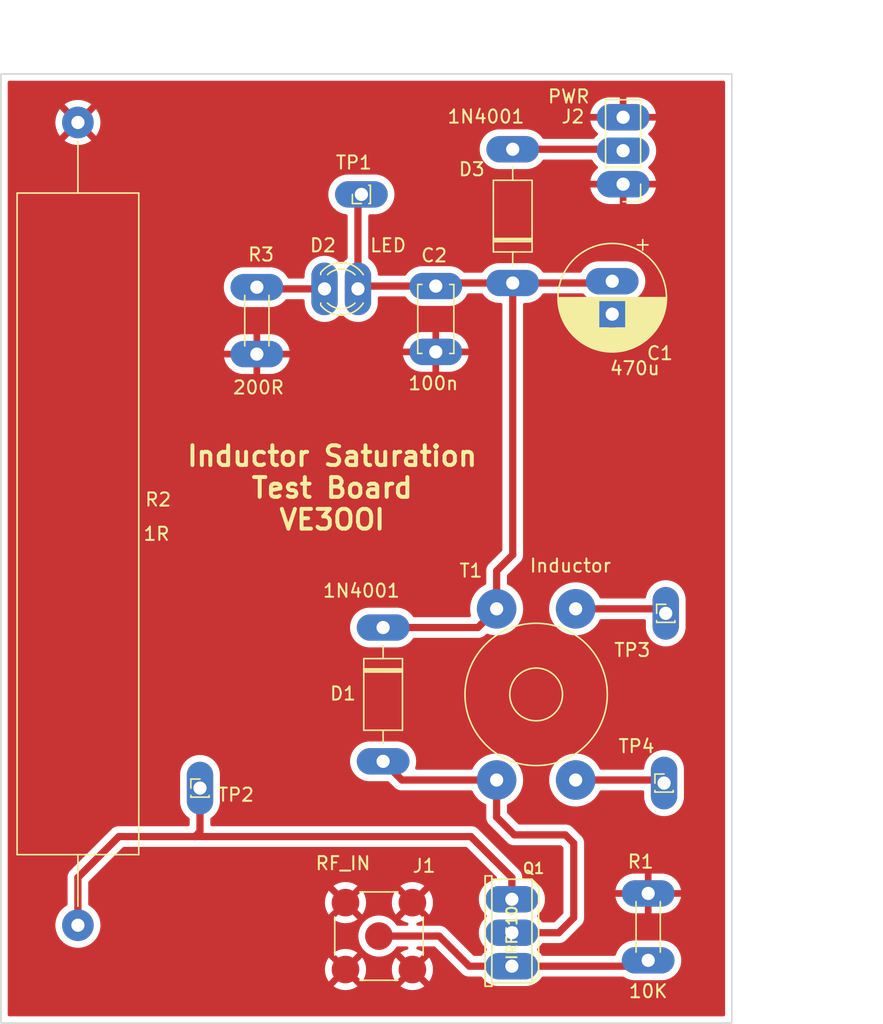
<source format=kicad_pcb>
(kicad_pcb (version 20211014) (generator pcbnew)
  (layers (0 "F.Cu" signal) (31 "B.Cu" signal) (34 "B.Paste" user) (35 "F.Paste" user) (36 "B.SilkS" user "B.Silkscreen") (37 "F.SilkS" user "F.Silkscreen") (38 "B.Mask" user) (39 "F.Mask" user) (44 "Edge.Cuts" user))
  (net 0 "")
  (net 1 "TX12V")
  (net 2 "GND")
  (net 3 "Net-(D1-Pad2)")
  (net 4 "Net-(D2-Pad1)")
  (net 5 "Net-(D3-Pad2)")
  (net 6 "Net-(J1-Pad1)")
  (net 7 "Net-(Q1-Pad1)")
  (net 8 "Net-(T1-Pad3)")
  (net 9 "Net-(T1-Pad4)")
  (footprint "Connector_PinHeader_2.54mm:PinHeader_1x03_P2.54mm_Vertical" (layer "F.Cu") (at 135.763 34.7195 180)
    (fp_text reference "J2" (at 3.81 5.1285 180) (layer "F.SilkS"))
    (fp_text value "PWR" (at 4.1275 6.6525 180) (layer "F.SilkS"))
    (fp_line (start -1.33 -1.33) (end 0 -1.33) (layer "F.SilkS") (width 0.12))
    (fp_line (start -1.33 1.27) (end -1.33 6.41) (layer "F.SilkS") (width 0.12))
    (fp_line (start -1.33 0) (end -1.33 -1.33) (layer "F.SilkS") (width 0.12))
    (fp_line (start -1.33 6.41) (end 1.33 6.41) (layer "F.SilkS") (width 0.12))
    (fp_line (start 1.33 1.27) (end 1.33 6.41) (layer "F.SilkS") (width 0.12))
    (fp_line (start -1.33 1.27) (end 1.33 1.27) (layer "F.SilkS") (width 0.12))
    (pad "1" thru_hole oval (at 0 0 180) (size 4 2) (drill 1) (layers *.Cu *.Mask) (net 2 "GND"))
    (pad "2" thru_hole oval (at 0 2.54 180) (size 4 2) (drill 1) (layers *.Cu *.Mask) (net 5 "Net-(D3-Pad2)"))
    (pad "3" thru_hole oval (at 0 5.08 180) (size 4 2) (drill 1) (layers *.Cu *.Mask) (net 2 "GND"))
  )
  (footprint "LED_THT:LED_D3.0mm" (layer "F.Cu") (at 113.0885 42.672)
    (fp_text reference "D2" (at -0.122 -3.302 180) (layer "F.SilkS"))
    (fp_text value "LED" (at 4.831 -3.302 180) (layer "F.SilkS"))
    (fp_line (start -0.29 1.08) (end -0.29 1.236) (layer "F.SilkS") (width 0.12))
    (fp_line (start -0.29 -1.236) (end -0.29 -1.08) (layer "F.SilkS") (width 0.12))
    (fp_arc (start 0.229039 -1.08) (mid 1.270117 -1.5) (end 2.31113 -1.079837) (layer "F.SilkS") (width 0.12))
    (fp_arc (start 2.942335 1.078608) (mid 1.366487 1.987659) (end -0.29 1.235516) (layer "F.SilkS") (width 0.12))
    (fp_arc (start 2.31113 1.079837) (mid 1.270117 1.5) (end 0.229039 1.08) (layer "F.SilkS") (width 0.12))
    (fp_arc (start -0.29 -1.235516) (mid 1.366487 -1.987659) (end 2.942335 -1.078608) (layer "F.SilkS") (width 0.12))
    (pad "1" thru_hole oval (at 0 0) (size 2 4) (drill 1) (layers *.Cu *.Mask) (net 4 "Net-(D2-Pad1)"))
    (pad "2" thru_hole oval (at 2.54 0) (size 2 4) (drill 1) (layers *.Cu *.Mask) (net 1 "TX12V"))
  )
  (footprint "Connector_Coaxial:SMA_Amphenol_901-144_Vertical" (layer "F.Cu") (at 117.221 91.821)
    (fp_text reference "J1" (at 3.429 -5.334) (layer "F.SilkS"))
    (fp_text value "RF_IN" (at -2.7305 -5.5245) (layer "F.SilkS"))
    (fp_line (start 3.355 -1.45) (end 3.355 1.45) (layer "F.SilkS") (width 0.12))
    (fp_line (start -1.45 3.355) (end 1.45 3.355) (layer "F.SilkS") (width 0.12))
    (fp_line (start -1.45 -3.355) (end 1.45 -3.355) (layer "F.SilkS") (width 0.12))
    (fp_line (start -3.355 -1.45) (end -3.355 1.45) (layer "F.SilkS") (width 0.12))
    (pad "1" smd circle (at 0 0) (size 2.1 2.1) (layers "F.Cu" "F.Paste" "F.Mask") (net 6 "Net-(J1-Pad1)"))
    (pad "2" smd circle (at -2.54 2.54) (size 2.1 2.1) (layers "F.Cu" "F.Paste" "F.Mask") (net 2 "GND"))
    (pad "2" smd circle (at 2.54 -2.54) (size 2.1 2.1) (layers "F.Cu" "F.Paste" "F.Mask") (net 2 "GND"))
    (pad "2" smd circle (at 2.54 2.54) (size 2.1 2.1) (layers "F.Cu" "F.Paste" "F.Mask") (net 2 "GND"))
    (pad "2" smd circle (at -2.54 -2.54) (size 2.1 2.1) (layers "F.Cu" "F.Paste" "F.Mask") (net 2 "GND"))
  )
  (footprint "Capacitor_THT:C_Disc_D5.0mm_W2.5mm_P5.00mm" (layer "F.Cu") (at 121.539 42.458 -90)
    (fp_text reference "C2" (at -2.326 0.127) (layer "F.SilkS"))
    (fp_text value "100n" (at 7.3895 0.1905) (layer "F.SilkS"))
    (fp_line (start -0.12 1.055) (end -0.12 1.37) (layer "F.SilkS") (width 0.12))
    (fp_line (start 5.12 1.055) (end 5.12 1.37) (layer "F.SilkS") (width 0.12))
    (fp_line (start -0.12 -1.37) (end -0.12 -1.055) (layer "F.SilkS") (width 0.12))
    (fp_line (start -0.12 1.37) (end 5.12 1.37) (layer "F.SilkS") (width 0.12))
    (fp_line (start 5.12 -1.37) (end 5.12 -1.055) (layer "F.SilkS") (width 0.12))
    (fp_line (start -0.12 -1.37) (end 5.12 -1.37) (layer "F.SilkS") (width 0.12))
    (pad "1" thru_hole oval (at 0 0 270) (size 2 4) (drill 1) (layers *.Cu *.Mask) (net 1 "TX12V"))
    (pad "2" thru_hole oval (at 5 0 270) (size 2 4) (drill 1) (layers *.Cu *.Mask) (net 2 "GND"))
  )
  (footprint "Connector_PinHeader_1.00mm:PinHeader_1x01_P1.00mm_Vertical" (layer "F.Cu") (at 139.0015 67.31)
    (fp_text reference "TP3" (at -2.54 2.794) (layer "F.SilkS"))
    (fp_text value "TestPoint" hide)
    (fp_line (start 0.608276 0.685) (end 0.695 0.685) (layer "F.SilkS") (width 0.12))
    (fp_line (start -0.695 0.685) (end -0.608276 0.685) (layer "F.SilkS") (width 0.12))
    (fp_line (start 0.695 0.685) (end 0.695 0.56) (layer "F.SilkS") (width 0.12))
    (fp_line (start -0.695 -0.685) (end 0 -0.685) (layer "F.SilkS") (width 0.12))
    (fp_line (start -0.695 0.685) (end 0.695 0.685) (layer "F.SilkS") (width 0.12))
    (fp_line (start -0.695 0.685) (end -0.695 0.56) (layer "F.SilkS") (width 0.12))
    (fp_line (start -0.695 0) (end -0.695 -0.685) (layer "F.SilkS") (width 0.12))
    (pad "1" thru_hole oval (at 0 0) (size 2 4) (drill 1) (layers *.Cu *.Mask) (net 8 "Net-(T1-Pad3)"))
  )
  (footprint "Resistor_THT:R_Axial_Power_L50.0mm_W9.0mm_P60.96mm" (layer "F.Cu") (at 94.361 30.0355 -90)
    (fp_text reference "R2" (at 28.6385 -6.096 180) (layer "F.SilkS"))
    (fp_text value "1R" (at 31.242 -5.969 180) (layer "F.SilkS"))
    (fp_line (start 55.6 -4.62) (end 5.36 -4.62) (layer "F.SilkS") (width 0.12))
    (fp_line (start 1.44 0) (end 5.36 0) (layer "F.SilkS") (width 0.12))
    (fp_line (start 5.36 -4.62) (end 5.36 4.62) (layer "F.SilkS") (width 0.12))
    (fp_line (start 5.36 4.62) (end 55.6 4.62) (layer "F.SilkS") (width 0.12))
    (fp_line (start 55.6 4.62) (end 55.6 -4.62) (layer "F.SilkS") (width 0.12))
    (fp_line (start 59.52 0) (end 55.6 0) (layer "F.SilkS") (width 0.12))
    (pad "1" thru_hole oval (at 0 0 270) (size 2.4 2.4) (drill 1) (layers *.Cu *.Mask) (net 2 "GND"))
    (pad "2" thru_hole oval (at 60.96 0 270) (size 2.4 2.4) (drill 1) (layers *.Cu *.Mask) (net 7 "Net-(Q1-Pad1)"))
  )
  (footprint "Capacitor_THT:CP_Radial_D8.0mm_P2.50mm" (layer "F.Cu") (at 134.9375 42.090849 -90)
    (fp_text reference "C1" (at 5.470651 -3.6195) (layer "F.SilkS"))
    (fp_text value "470u" (at 6.613651 -1.7145) (layer "F.SilkS"))
    (fp_line (start 1.77 1.04) (end 1.77 4.048) (layer "F.SilkS") (width 0.12))
    (fp_line (start 2.051 1.04) (end 2.051 4.002) (layer "F.SilkS") (width 0.12))
    (fp_line (start 1.37 -4.079) (end 1.37 4.079) (layer "F.SilkS") (width 0.12))
    (fp_line (start 4.571 -2.4) (end 4.571 2.4) (layer "F.SilkS") (width 0.12))
    (fp_line (start 1.85 -4.037) (end 1.85 -1.04) (layer "F.SilkS") (width 0.12))
    (fp_line (start 3.491 -3.418) (end 3.491 -1.04) (layer "F.SilkS") (width 0.12))
    (fp_line (start 3.451 1.04) (end 3.451 3.444) (layer "F.SilkS") (width 0.12))
    (fp_line (start 4.531 -2.454) (end 4.531 2.454) (layer "F.SilkS") (width 0.12))
    (fp_line (start 1.53 -4.071) (end 1.53 -1.04) (layer "F.SilkS") (width 0.12))
    (fp_line (start 2.371 -3.925) (end 2.371 -1.04) (layer "F.SilkS") (width 0.12))
    (fp_line (start 2.891 -3.74) (end 2.891 -1.04) (layer "F.SilkS") (width 0.12))
    (fp_line (start 3.491 1.04) (end 3.491 3.418) (layer "F.SilkS") (width 0.12))
    (fp_line (start 2.651 1.04) (end 2.651 3.835) (layer "F.SilkS") (width 0.12))
    (fp_line (start 4.051 -2.983) (end 4.051 2.983) (layer "F.SilkS") (width 0.12))
    (fp_line (start 1.85 1.04) (end 1.85 4.037) (layer "F.SilkS") (width 0.12))
    (fp_line (start 3.531 1.04) (end 3.531 3.392) (layer "F.SilkS") (width 0.12))
    (fp_line (start 5.091 -1.453) (end 5.091 1.453) (layer "F.SilkS") (width 0.12))
    (fp_line (start 2.611 -3.85) (end 2.611 -1.04) (layer "F.SilkS") (width 0.12))
    (fp_line (start 2.291 1.04) (end 2.291 3.947) (layer "F.SilkS") (width 0.12))
    (fp_line (start 2.691 1.04) (end 2.691 3.821) (layer "F.SilkS") (width 0.12))
    (fp_line (start 4.731 -2.166) (end 4.731 2.166) (layer "F.SilkS") (width 0.12))
    (fp_line (start 2.011 1.04) (end 2.011 4.01) (layer "F.SilkS") (width 0.12))
    (fp_line (start 4.011 -3.019) (end 4.011 3.019) (layer "F.SilkS") (width 0.12))
    (fp_line (start 2.131 1.04) (end 2.131 3.985) (layer "F.SilkS") (width 0.12))
    (fp_line (start 4.291 -2.741) (end 4.291 2.741) (layer "F.SilkS") (width 0.12))
    (fp_line (start 2.131 -3.985) (end 2.131 -1.04) (layer "F.SilkS") (width 0.12))
    (fp_line (start 2.851 1.04) (end 2.851 3.757) (layer "F.SilkS") (width 0.12))
    (fp_line (start 3.291 -3.54) (end 3.291 -1.04) (layer "F.SilkS") (width 0.12))
    (fp_line (start 2.651 -3.835) (end 2.651 -1.04) (layer "F.SilkS") (width 0.12))
    (fp_line (start 2.891 1.04) (end 2.891 3.74) (layer "F.SilkS") (width 0.12))
    (fp_line (start 3.531 -3.392) (end 3.531 -1.04) (layer "F.SilkS") (width 0.12))
    (fp_line (start 3.171 1.04) (end 3.171 3.606) (layer "F.SilkS") (width 0.12))
    (fp_line (start 4.851 -1.964) (end 4.851 1.964) (layer "F.SilkS") (width 0.12))
    (fp_line (start 2.451 1.04) (end 2.451 3.902) (layer "F.SilkS") (width 0.12))
    (fp_line (start 1.73 -4.052) (end 1.73 -1.04) (layer "F.SilkS") (width 0.12))
    (fp_line (start 2.211 -3.967) (end 2.211 -1.04) (layer "F.SilkS") (width 0.12))
    (fp_line (start 3.251 -3.562) (end 3.251 -1.04) (layer "F.SilkS") (width 0.12))
    (fp_line (start 2.371 1.04) (end 2.371 3.925) (layer "F.SilkS") (width 0.12))
    (fp_line (start 2.171 1.04) (end 2.171 3.976) (layer "F.SilkS") (width 0.12))
    (fp_line (start 4.491 -2.505) (end 4.491 2.505) (layer "F.SilkS") (width 0.12))
    (fp_line (start 3.051 -3.666) (end 3.051 -1.04) (layer "F.SilkS") (width 0.12))
    (fp_line (start 1.971 1.04) (end 1.971 4.017) (layer "F.SilkS") (width 0.12))
    (fp_line (start 4.451 -2.556) (end 4.451 2.556) (layer "F.SilkS") (width 0.12))
    (fp_line (start 2.731 1.04) (end 2.731 3.805) (layer "F.SilkS") (width 0.12))
    (fp_line (start 2.411 1.04) (end 2.411 3.914) (layer "F.SilkS") (width 0.12))
    (fp_line (start 3.331 1.04) (end 3.331 3.517) (layer "F.SilkS") (width 0.12))
    (fp_line (start 2.851 -3.757) (end 2.851 -1.04) (layer "F.SilkS") (width 0.12))
    (fp_line (start 2.171 -3.976) (end 2.171 -1.04) (layer "F.SilkS") (width 0.12))
    (fp_line (start 3.371 1.04) (end 3.371 3.493) (layer "F.SilkS") (width 0.12))
    (fp_line (start 1.45 -4.076) (end 1.45 4.076) (layer "F.SilkS") (width 0.12))
    (fp_line (start 1.69 1.04) (end 1.69 4.057) (layer "F.SilkS") (width 0.12))
    (fp_line (start 3.051 1.04) (end 3.051 3.666) (layer "F.SilkS") (width 0.12))
    (fp_line (start 3.691 -3.28) (end 3.691 3.28) (layer "F.SilkS") (width 0.12))
    (fp_line (start 3.011 1.04) (end 3.011 3.686) (layer "F.SilkS") (width 0.12))
    (fp_line (start 4.811 -2.034) (end 4.811 2.034) (layer "F.SilkS") (width 0.12))
    (fp_line (start 5.051 -1.552) (end 5.051 1.552) (layer "F.SilkS") (width 0.12))
    (fp_line (start 1.29 -4.08) (end 1.29 4.08) (layer "F.SilkS") (width 0.12))
    (fp_line (start 4.211 -2.826) (end 4.211 2.826) (layer "F.SilkS") (width 0.12))
    (fp_line (start 1.33 -4.08) (end 1.33 4.08) (layer "F.SilkS") (width 0.12))
    (fp_line (start 2.011 -4.01) (end 2.011 -1.04) (layer "F.SilkS") (width 0.12))
    (fp_line (start 2.531 -3.877) (end 2.531 -1.04) (layer "F.SilkS") (width 0.12))
    (fp_line (start 1.65 1.04) (end 1.65 4.061) (layer "F.SilkS") (width 0.12))
    (fp_line (start 1.81 -4.042) (end 1.81 -1.04) (layer "F.SilkS") (width 0.12))
    (fp_line (start 3.371 -3.493) (end 3.371 -1.04) (layer "F.SilkS") (width 0.12))
    (fp_line (start 1.61 -4.065) (end 1.61 -1.04) (layer "F.SilkS") (width 0.12))
    (fp_line (start 2.331 -3.936) (end 2.331 -1.04) (layer "F.SilkS") (width 0.12))
    (fp_line (start 2.691 -3.821) (end 2.691 -1.04) (layer "F.SilkS") (width 0.12))
    (fp_line (start 5.171 -1.229) (end 5.171 1.229) (layer "F.SilkS") (width 0.12))
    (fp_line (start 5.211 -1.098) (end 5.211 1.098) (layer "F.SilkS") (width 0.12))
    (fp_line (start 2.051 -4.002) (end 2.051 -1.04) (layer "F.SilkS") (width 0.12))
    (fp_line (start 3.171 -3.606) (end 3.171 -1.04) (layer "F.SilkS") (width 0.12))
    (fp_line (start 2.451 -3.902) (end 2.451 -1.04) (layer "F.SilkS") (width 0.12))
    (fp_line (start 3.451 -3.444) (end 3.451 -1.04) (layer "F.SilkS") (width 0.12))
    (fp_line (start 3.211 -3.584) (end 3.211 -1.04) (layer "F.SilkS") (width 0.12))
    (fp_line (start 1.49 -4.074) (end 1.49 -1.04) (layer "F.SilkS") (width 0.12))
    (fp_line (start 1.57 1.04) (end 1.57 4.068) (layer "F.SilkS") (width 0.12))
    (fp_line (start 3.771 -3.22) (end 3.771 3.22) (layer "F.SilkS") (width 0.12))
    (fp_line (start 2.251 -3.957) (end 2.251 -1.04) (layer "F.SilkS") (width 0.12))
    (fp_line (start 5.131 -1.346) (end 5.131 1.346) (layer "F.SilkS") (width 0.12))
    (fp_line (start 4.371 -2.651) (end 4.371 2.651) (layer "F.SilkS") (width 0.12))
    (fp_line (start 2.211 1.04) (end 2.211 3.967) (layer "F.SilkS") (width 0.12))
    (fp_line (start 1.57 -4.068) (end 1.57 -1.04) (layer "F.SilkS") (width 0.12))
    (fp_line (start 1.49 1.04) (end 1.49 4.074) (layer "F.SilkS") (width 0.12))
    (fp_line (start 5.291 -0.768) (end 5.291 0.768) (layer "F.SilkS") (width 0.12))
    (fp_line (start 3.291 1.04) (end 3.291 3.54) (layer "F.SilkS") (width 0.12))
    (fp_line (start 4.771 -2.102) (end 4.771 2.102) (layer "F.SilkS") (width 0.12))
    (fp_line (start 3.931 -3.09) (end 3.931 3.09) (layer "F.SilkS") (width 0.12))
    (fp_line (start 2.771 1.04) (end 2.771 3.79) (layer "F.SilkS") (width 0.12))
    (fp_line (start 3.331 -3.517) (end 3.331 -1.04) (layer "F.SilkS") (width 0.12))
    (fp_line (start 3.651 -3.309) (end 3.651 3.309) (layer "F.SilkS") (width 0.12))
    (fp_line (start 2.731 -3.805) (end 2.731 -1.04) (layer "F.SilkS") (width 0.12))
    (fp_line (start 1.81 1.04) (end 1.81 4.042) (layer "F.SilkS") (width 0.12))
    (fp_line (start 2.091 1.04) (end 2.091 3.994) (layer "F.SilkS") (width 0.12))
    (fp_line (start 2.491 -3.889) (end 2.491 -1.04) (layer "F.SilkS") (width 0.12))
    (fp_line (start 2.771 -3.79) (end 2.771 -1.04) (layer "F.SilkS") (width 0.12))
    (fp_line (start 4.691 -2.228) (end 4.691 2.228) (layer "F.SilkS") (width 0.12))
    (fp_line (start 4.251 -2.784) (end 4.251 2.784) (layer "F.SilkS") (width 0.12))
    (fp_line (start 4.171 -2.867) (end 4.171 2.867) (layer "F.SilkS") (width 0.12))
    (fp_line (start 1.73 1.04) (end 1.73 4.052) (layer "F.SilkS") (width 0.12))
    (fp_line (start 4.971 -1.731) (end 4.971 1.731) (layer "F.SilkS") (width 0.12))
    (fp_line (start 1.61 1.04) (end 1.61 4.065) (layer "F.SilkS") (width 0.12))
    (fp_line (start 3.011 -3.686) (end 3.011 -1.04) (layer "F.SilkS") (width 0.12))
    (fp_line (start 4.331 -2.697) (end 4.331 2.697) (layer "F.SilkS") (width 0.12))
    (fp_line (start 2.931 -3.722) (end 2.931 -1.04) (layer "F.SilkS") (width 0.12))
    (fp_line (start 4.611 -2.345) (end 4.611 2.345) (layer "F.SilkS") (width 0.12))
    (fp_line (start 3.731 -3.25) (end 3.731 3.25) (layer "F.SilkS") (width 0.12))
    (fp_line (start 2.491 1.04) (end 2.491 3.889) (layer "F.SilkS") (width 0.12))
    (fp_line (start 1.77 -4.048) (end 1.77 -1.04) (layer "F.SilkS") (width 0.12))
    (fp_line (start 3.411 -3.469) (end 3.411 -1.04) (layer "F.SilkS") (width 0.12))
    (fp_line (start 1.89 1.04) (end 1.89 4.03) (layer "F.SilkS") (width 0.12))
    (fp_line (start 1.89 -4.03) (end 1.89 -1.04) (layer "F.SilkS") (width 0.12))
    (fp_line (start 2.611 1.04) (end 2.611 3.85) (layer "F.SilkS") (width 0.12))
    (fp_line (start 1.93 -4.024) (end 1.93 -1.04) (layer "F.SilkS") (width 0.12))
    (fp_line (start 3.611 -3.338) (end 3.611 3.338) (layer "F.SilkS") (width 0.12))
    (fp_line (start 2.411 -3.914) (end 2.411 -1.04) (layer "F.SilkS") (width 0.12))
    (fp_line (start 3.411 1.04) (end 3.411 3.469) (layer "F.SilkS") (width 0.12))
    (fp_line (start 2.811 -3.774) (end 2.811 -1.04) (layer "F.SilkS") (width 0.12))
    (fp_line (start 1.93 1.04) (end 1.93 4.024) (layer "F.SilkS") (width 0.12))
    (fp_line (start 4.131 -2.907) (end 4.131 2.907) (layer "F.SilkS") (width 0.12))
    (fp_line (start 1.25 -4.08) (end 1.25 4.08) (layer "F.SilkS") (width 0.12))
    (fp_line (start 2.091 -3.994) (end 2.091 -1.04) (layer "F.SilkS") (width 0.12))
    (fp_line (start 5.011 -1.645) (end 5.011 1.645) (layer "F.SilkS") (width 0.12))
    (fp_line (start -3.159698 -2.315) (end -2.359698 -2.315) (layer "F.SilkS") (width 0.12))
    (fp_line (start 3.091 -3.647) (end 3.091 -1.04) (layer "F.SilkS") (width 0.12))
    (fp_line (start 1.69 -4.057) (end 1.69 -1.04) (layer "F.SilkS") (width 0.12))
    (fp_line (start 4.091 -2.945) (end 4.091 2.945) (layer "F.SilkS") (width 0.12))
    (fp_line (start 3.091 1.04) (end 3.091 3.647) (layer "F.SilkS") (width 0.12))
    (fp_line (start 2.811 1.04) (end 2.811 3.774) (layer "F.SilkS") (width 0.12))
    (fp_line (start 1.971 -4.017) (end 1.971 -1.04) (layer "F.SilkS") (width 0.12))
    (fp_line (start 2.931 1.04) (end 2.931 3.722) (layer "F.SilkS") (width 0.12))
    (fp_line (start 4.931 -1.813) (end 4.931 1.813) (layer "F.SilkS") (width 0.12))
    (fp_line (start 2.251 1.04) (end 2.251 3.957) (layer "F.SilkS") (width 0.12))
    (fp_line (start 3.131 -3.627) (end 3.131 -1.04) (layer "F.SilkS") (width 0.12))
    (fp_line (start 3.251 1.04) (end 3.251 3.562) (layer "F.SilkS") (width 0.12))
    (fp_line (start 5.331 -0.533) (end 5.331 0.533) (layer "F.SilkS") (width 0.12))
    (fp_line (start 2.971 1.04) (end 2.971 3.704) (layer "F.SilkS") (width 0.12))
    (fp_line (start 3.811 -3.189) (end 3.811 3.189) (layer "F.SilkS") (width 0.12))
    (fp_line (start 3.211 1.04) (end 3.211 3.584) (layer "F.SilkS") (width 0.12))
    (fp_line (start 2.571 1.04) (end 2.571 3.863) (layer "F.SilkS") (width 0.12))
    (fp_line (start 3.571 -3.365) (end 3.571 3.365) (layer "F.SilkS") (width 0.12))
    (fp_line (start 2.331 1.04) (end 2.331 3.936) (layer "F.SilkS") (width 0.12))
    (fp_line (start 3.891 -3.124) (end 3.891 3.124) (layer "F.SilkS") (width 0.12))
    (fp_line (start 3.851 -3.156) (end 3.851 3.156) (layer "F.SilkS") (width 0.12))
    (fp_line (start 4.891 -1.89) (end 4.891 1.89) (layer "F.SilkS") (width 0.12))
    (fp_line (start 5.251 -0.948) (end 5.251 0.948) (layer "F.SilkS") (width 0.12))
    (fp_line (start 2.571 -3.863) (end 2.571 -1.04) (layer "F.SilkS") (width 0.12))
    (fp_line (start 2.291 -3.947) (end 2.291 -1.04) (layer "F.SilkS") (width 0.12))
    (fp_line (start 4.411 -2.604) (end 4.411 2.604) (layer "F.SilkS") (width 0.12))
    (fp_line (start 3.131 1.04) (end 3.131 3.627) (layer "F.SilkS") (width 0.12))
    (fp_line (start 1.53 1.04) (end 1.53 4.071) (layer "F.SilkS") (width 0.12))
    (fp_line (start 2.971 -3.704) (end 2.971 -1.04) (layer "F.SilkS") (width 0.12))
    (fp_line (start 1.41 -4.077) (end 1.41 4.077) (layer "F.SilkS") (width 0.12))
    (fp_line (start 2.531 1.04) (end 2.531 3.877) (layer "F.SilkS") (width 0.12))
    (fp_line (start -2.759698 -2.715) (end -2.759698 -1.915) (layer "F.SilkS") (width 0.12))
    (fp_line (start 1.65 -4.061) (end 1.65 -1.04) (layer "F.SilkS") (width 0.12))
    (fp_line (start 3.971 -3.055) (end 3.971 3.055) (layer "F.SilkS") (width 0.12))
    (fp_line (start 4.651 -2.287) (end 4.651 2.287) (layer "F.SilkS") (width 0.12))
    (fp_circle (center 1.25 0) (end 5.37 0) (layer "F.SilkS") (width 0.12) (fill none))
    (pad "1" thru_hole oval (at 0 0 270) (size 2 4) (drill 1) (layers *.Cu *.Mask) (net 1 "TX12V"))
    (pad "2" thru_hole oval (at 2.5 0 270) (size 2 4) (drill 1) (layers *.Cu *.Mask) (net 2 "GND"))
  )
  (footprint "Resistor_THT:R_Axial_DIN0204_L3.6mm_D1.6mm_P5.08mm_Horizontal" (layer "F.Cu") (at 137.668 88.5825 -90)
    (fp_text reference "R1" (at -2.413 0.5715 180) (layer "F.SilkS"))
    (fp_text value "10K" (at 7.4295 0 180) (layer "F.SilkS"))
    (fp_line (start 0.62 0.92) (end 4.46 0.92) (layer "F.SilkS") (width 0.12))
    (fp_line (start 0.62 -0.92) (end 4.46 -0.92) (layer "F.SilkS") (width 0.12))
    (pad "1" thru_hole oval (at 0 0 270) (size 2 4) (drill 1) (layers *.Cu *.Mask) (net 2 "GND"))
    (pad "2" thru_hole oval (at 5.08 0 270) (size 2 4) (drill 1) (layers *.Cu *.Mask) (net 6 "Net-(J1-Pad1)"))
  )
  (footprint "Connector_PinHeader_1.00mm:PinHeader_1x01_P1.00mm_Vertical" (layer "F.Cu") (at 138.8745 80.2005)
    (fp_text reference "TP4" (at -2.0955 -2.794) (layer "F.SilkS"))
    (fp_text value "TestPoint" hide)
    (fp_line (start -0.695 0.685) (end -0.608276 0.685) (layer "F.SilkS") (width 0.12))
    (fp_line (start 0.695 0.685) (end 0.695 0.56) (layer "F.SilkS") (width 0.12))
    (fp_line (start -0.695 -0.685) (end 0 -0.685) (layer "F.SilkS") (width 0.12))
    (fp_line (start -0.695 0.685) (end 0.695 0.685) (layer "F.SilkS") (width 0.12))
    (fp_line (start -0.695 0) (end -0.695 -0.685) (layer "F.SilkS") (width 0.12))
    (fp_line (start -0.695 0.685) (end -0.695 0.56) (layer "F.SilkS") (width 0.12))
    (fp_line (start 0.608276 0.685) (end 0.695 0.685) (layer "F.SilkS") (width 0.12))
    (pad "1" thru_hole oval (at 0 0) (size 2 4) (drill 1) (layers *.Cu *.Mask) (net 9 "Net-(T1-Pad4)"))
  )
  (footprint "Connector_PinHeader_1.00mm:PinHeader_1x01_P1.00mm_Vertical" (layer "F.Cu") (at 115.8875 35.4965 90)
    (fp_text reference "TP1" (at 2.413 -0.5715 180) (layer "F.SilkS"))
    (fp_text value "TestPoint" hide)
    (fp_line (start -0.695 0) (end -0.695 -0.685) (layer "F.SilkS") (width 0.12))
    (fp_line (start -0.695 0.685) (end 0.695 0.685) (layer "F.SilkS") (width 0.12))
    (fp_line (start -0.695 -0.685) (end 0 -0.685) (layer "F.SilkS") (width 0.12))
    (fp_line (start 0.608276 0.685) (end 0.695 0.685) (layer "F.SilkS") (width 0.12))
    (fp_line (start 0.695 0.685) (end 0.695 0.56) (layer "F.SilkS") (width 0.12))
    (fp_line (start -0.695 0.685) (end -0.695 0.56) (layer "F.SilkS") (width 0.12))
    (fp_line (start -0.695 0.685) (end -0.608276 0.685) (layer "F.SilkS") (width 0.12))
    (pad "1" thru_hole oval (at 0 0 90) (size 2 4) (drill 1) (layers *.Cu *.Mask) (net 1 "TX12V"))
  )
  (footprint "SnapEDAFootprints:TO220" (layer "F.Cu") (at 127.3175 91.567 -90)
    (fp_text reference "Q1" (at -4.8895 -1.651 180) (layer "F.SilkS") (effects (font (size 0.8 0.8))))
    (fp_text value "IRF510" (at 0 0 90) (layer "F.SilkS") (effects (font (size 0.787402 0.787402))))
    (fp_line (start -3.556 -2.032) (end 3.302 -2.032) (layer "F.SilkS") (width 0.127))
    (fp_line (start -4.064 -1.524) (end -3.556 -2.032) (layer "F.SilkS") (width 0.127))
    (fp_line (start -4.318 1.524) (end -4.318 2.032) (layer "F.SilkS") (width 0.127))
    (fp_line (start -4.064 -1.524) (end -4.064 1.524) (layer "F.SilkS") (width 0.127))
    (fp_line (start 3.81 1.524) (end -4.064 1.524) (layer "F.SilkS") (width 0.127))
    (fp_line (start -4.318 2.032) (end 4.064 2.032) (layer "F.SilkS") (width 0.127))
    (fp_line (start 4.064 2.032) (end 4.064 1.524) (layer "F.SilkS") (width 0.127))
    (fp_line (start 3.81 -1.524) (end 3.81 1.524) (layer "F.SilkS") (width 0.127))
    (fp_line (start 4.064 1.524) (end 3.81 1.524) (layer "F.SilkS") (width 0.127))
    (fp_line (start 3.302 -2.032) (end 3.81 -1.524) (layer "F.SilkS") (width 0.127))
    (fp_line (start -4.064 1.524) (end -4.318 1.524) (layer "F.SilkS") (width 0.127))
    (fp_line (start -4.064 -1.524) (end 3.81 -1.524) (layer "F.SilkS") (width 0.127))
    (pad "1" thru_hole oval locked (at -2.54 0 270) (size 2 4) (drill 1) (layers *.Cu *.Mask) (net 7 "Net-(Q1-Pad1)"))
    (pad "2" thru_hole oval locked (at 0 0 270) (size 2 4) (drill 1) (layers *.Cu *.Mask) (net 3 "Net-(D1-Pad2)"))
    (pad "3" thru_hole oval locked (at 2.54 0 270) (size 2 4) (drill 1) (layers *.Cu *.Mask) (net 6 "Net-(J1-Pad1)"))
  )
  (footprint "Diode_THT:D_DO-41_SOD81_P10.16mm_Horizontal" (layer "F.Cu") (at 117.5385 68.3895 -90)
    (fp_text reference "D1" (at 5.0165 3.048 180) (layer "F.SilkS"))
    (fp_text value "1N4001" (at -2.794 1.651 180) (layer "F.SilkS"))
    (fp_line (start 2.36 -1.47) (end 2.36 1.47) (layer "F.SilkS") (width 0.12))
    (fp_line (start 3.38 -1.47) (end 3.38 1.47) (layer "F.SilkS") (width 0.12))
    (fp_line (start 3.26 -1.47) (end 3.26 1.47) (layer "F.SilkS") (width 0.12))
    (fp_line (start 3.14 -1.47) (end 3.14 1.47) (layer "F.SilkS") (width 0.12))
    (fp_line (start 7.8 -1.47) (end 2.36 -1.47) (layer "F.SilkS") (width 0.12))
    (fp_line (start 2.36 1.47) (end 7.8 1.47) (layer "F.SilkS") (width 0.12))
    (fp_line (start 7.8 1.47) (end 7.8 -1.47) (layer "F.SilkS") (width 0.12))
    (fp_line (start 8.82 0) (end 7.8 0) (layer "F.SilkS") (width 0.12))
    (fp_line (start 1.34 0) (end 2.36 0) (layer "F.SilkS") (width 0.12))
    (pad "1" thru_hole oval (at 0 0 270) (size 2 4) (drill 1) (layers *.Cu *.Mask) (net 1 "TX12V"))
    (pad "2" thru_hole oval (at 10.16 0 270) (size 2 4) (drill 1) (layers *.Cu *.Mask) (net 3 "Net-(D1-Pad2)"))
  )
  (footprint "Diode_THT:D_DO-41_SOD81_P10.16mm_Horizontal" (layer "F.Cu") (at 127.381 42.2275 90)
    (fp_text reference "D3" (at 8.636 -3.1115 180) (layer "F.SilkS"))
    (fp_text value "1N4001" (at 12.6365 -2.032 180) (layer "F.SilkS"))
    (fp_line (start 1.34 0) (end 2.36 0) (layer "F.SilkS") (width 0.12))
    (fp_line (start 2.36 -1.47) (end 2.36 1.47) (layer "F.SilkS") (width 0.12))
    (fp_line (start 7.8 1.47) (end 7.8 -1.47) (layer "F.SilkS") (width 0.12))
    (fp_line (start 3.26 -1.47) (end 3.26 1.47) (layer "F.SilkS") (width 0.12))
    (fp_line (start 8.82 0) (end 7.8 0) (layer "F.SilkS") (width 0.12))
    (fp_line (start 3.38 -1.47) (end 3.38 1.47) (layer "F.SilkS") (width 0.12))
    (fp_line (start 7.8 -1.47) (end 2.36 -1.47) (layer "F.SilkS") (width 0.12))
    (fp_line (start 2.36 1.47) (end 7.8 1.47) (layer "F.SilkS") (width 0.12))
    (fp_line (start 3.14 -1.47) (end 3.14 1.47) (layer "F.SilkS") (width 0.12))
    (pad "1" thru_hole oval (at 0 0 90) (size 2 4) (drill 1) (layers *.Cu *.Mask) (net 1 "TX12V"))
    (pad "2" thru_hole oval (at 10.16 0 90) (size 2 4) (drill 1) (layers *.Cu *.Mask) (net 5 "Net-(D3-Pad2)"))
  )
  (footprint "Connector_PinHeader_1.00mm:PinHeader_1x01_P1.00mm_Vertical" (layer "F.Cu") (at 103.632 80.5815)
    (fp_text reference "TP2" (at 2.7305 0.508) (layer "F.SilkS"))
    (fp_text value "TestPoint" hide)
    (fp_line (start -0.695 -0.685) (end 0 -0.685) (layer "F.SilkS") (width 0.12))
    (fp_line (start 0.695 0.685) (end 0.695 0.56) (layer "F.SilkS") (width 0.12))
    (fp_line (start -0.695 0.685) (end -0.695 0.56) (layer "F.SilkS") (width 0.12))
    (fp_line (start -0.695 0) (end -0.695 -0.685) (layer "F.SilkS") (width 0.12))
    (fp_line (start -0.695 0.685) (end 0.695 0.685) (layer "F.SilkS") (width 0.12))
    (fp_line (start 0.608276 0.685) (end 0.695 0.685) (layer "F.SilkS") (width 0.12))
    (fp_line (start -0.695 0.685) (end -0.608276 0.685) (layer "F.SilkS") (width 0.12))
    (pad "1" thru_hole oval (at 0 0) (size 2 4) (drill 1) (layers *.Cu *.Mask) (net 7 "Net-(Q1-Pad1)"))
  )
  (footprint "Resistor_THT:R_Axial_DIN0204_L3.6mm_D1.6mm_P5.08mm_Horizontal" (layer "F.Cu") (at 107.95 42.545 -90)
    (fp_text reference "R3" (at -2.4765 -0.3175 180) (layer "F.SilkS"))
    (fp_text value "200R" (at 7.62 -0.127 180) (layer "F.SilkS"))
    (fp_line (start 0.62 -0.92) (end 4.46 -0.92) (layer "F.SilkS") (width 0.12))
    (fp_line (start 0.62 0.92) (end 4.46 0.92) (layer "F.SilkS") (width 0.12))
    (pad "1" thru_hole oval (at 0 0 270) (size 2 4) (drill 1) (layers *.Cu *.Mask) (net 4 "Net-(D2-Pad1)"))
    (pad "2" thru_hole oval (at 5.08 0 270) (size 2 4) (drill 1) (layers *.Cu *.Mask) (net 2 "GND"))
  )
  (footprint "Transformer_THT:Transformer_Toroid_Horizontal_D10.5mm_Amidon-T37" (layer "F.Cu") (at 126.159 66.9695 -90)
    (fp_text reference "T1" (at -2.898 1.953 180) (layer "F.SilkS"))
    (fp_text value "Inductor" (at -3.279 -5.6035 180) (layer "F.SilkS"))
    (fp_circle (center 6.5 -3) (end 8.5 -2.9) (layer "F.SilkS") (width 0.12) (fill none))
    (fp_circle (center 6.5 -3) (end 11.9 -2.8) (layer "F.SilkS") (width 0.12) (fill none))
    (pad "1" thru_hole circle (at 0 0 270) (size 3 3) (drill 1) (layers *.Cu *.Mask) (net 1 "TX12V"))
    (pad "2" thru_hole circle (at 13 0 270) (size 3 3) (drill 1) (layers *.Cu *.Mask) (net 3 "Net-(D1-Pad2)"))
    (pad "3" thru_hole circle (at 0 -6 270) (size 3 3) (drill 1) (layers *.Cu *.Mask) (net 8 "Net-(T1-Pad3)"))
    (pad "4" thru_hole circle (at 13 -6 270) (size 3 3) (drill 1) (layers *.Cu *.Mask) (net 9 "Net-(T1-Pad4)"))
  )
  (gr_rect (start 144.018 26.3525) (end 88.519 98.425) (layer "Edge.Cuts") (width 0.1) (fill none))
  (gr_text "Inductor Saturation\nTest Board\nVE3OOI" (at 113.665 57.785) (layer "F.SilkS") (effects (font (size 1.5 1.5) (thickness 0.3))))
  (segment (start 127.381 42.2275) (end 134.800849 42.2275) (width 0.55) (layer "F.Cu") (net 1))
  (segment (start 126.159 64.087) (end 126.159 66.9695) (width 0.55) (layer "F.Cu") (net 1))
  (segment (start 127.381 62.865) (end 126.159 64.087) (width 0.55) (layer "F.Cu") (net 1))
  (segment (start 134.800849 42.2275) (end 134.9375 42.090849) (width 0.55) (layer "F.Cu") (net 1))
  (segment (start 124.739 68.3895) (end 126.159 66.9695) (width 0.55) (layer "F.Cu") (net 1))
  (segment (start 121.539 42.458) (end 115.8425 42.458) (width 0.55) (layer "F.Cu") (net 1))
  (segment (start 127.381 42.2275) (end 127.381 62.865) (width 0.55) (layer "F.Cu") (net 1))
  (segment (start 115.6285 42.672) (end 115.6285 35.7555) (width 0.55) (layer "F.Cu") (net 1))
  (segment (start 115.8425 42.458) (end 115.6285 42.672) (width 0.55) (layer "F.Cu") (net 1))
  (segment (start 127.381 42.2275) (end 121.7695 42.2275) (width 0.55) (layer "F.Cu") (net 1))
  (segment (start 117.5385 68.3895) (end 124.739 68.3895) (width 0.55) (layer "F.Cu") (net 1))
  (segment (start 115.6285 35.7555) (end 115.8875 35.4965) (width 0.55) (layer "F.Cu") (net 1))
  (segment (start 121.7695 42.2275) (end 121.539 42.458) (width 0.55) (layer "F.Cu") (net 1))
  (segment (start 127.3175 91.567) (end 130.8735 91.567) (width 0.55) (layer "F.Cu") (net 3))
  (segment (start 126.159 82.7885) (end 126.159 79.9695) (width 0.55) (layer "F.Cu") (net 3))
  (segment (start 131.3815 84.1375) (end 127.508 84.1375) (width 0.55) (layer "F.Cu") (net 3))
  (segment (start 118.9585 79.9695) (end 117.5385 78.5495) (width 0.55) (layer "F.Cu") (net 3))
  (segment (start 132.0165 84.7725) (end 131.3815 84.1375) (width 0.55) (layer "F.Cu") (net 3))
  (segment (start 130.8735 91.567) (end 132.0165 90.424) (width 0.55) (layer "F.Cu") (net 3))
  (segment (start 132.0165 90.424) (end 132.0165 84.7725) (width 0.55) (layer "F.Cu") (net 3))
  (segment (start 127.508 84.1375) (end 126.159 82.7885) (width 0.55) (layer "F.Cu") (net 3))
  (segment (start 126.159 79.9695) (end 118.9585 79.9695) (width 0.55) (layer "F.Cu") (net 3))
  (segment (start 108.077 42.672) (end 107.95 42.545) (width 0.55) (layer "F.Cu") (net 4))
  (segment (start 113.0885 42.672) (end 108.077 42.672) (width 0.55) (layer "F.Cu") (net 4))
  (segment (start 135.651 32.0675) (end 135.763 32.1795) (width 0.55) (layer "F.Cu") (net 5))
  (segment (start 127.381 32.0675) (end 135.651 32.0675) (width 0.55) (layer "F.Cu") (net 5))
  (segment (start 127.3175 94.107) (end 137.2235 94.107) (width 0.55) (layer "F.Cu") (net 6))
  (segment (start 124.079 94.107) (end 127.3175 94.107) (width 0.55) (layer "F.Cu") (net 6))
  (segment (start 137.2235 94.107) (end 137.668 93.6625) (width 0.55) (layer "F.Cu") (net 6))
  (segment (start 121.793 91.821) (end 124.079 94.107) (width 0.55) (layer "F.Cu") (net 6))
  (segment (start 117.221 91.821) (end 121.793 91.821) (width 0.55) (layer "F.Cu") (net 6))
  (segment (start 127.3175 89.027) (end 127.3175 87.376) (width 0.55) (layer "F.Cu") (net 7))
  (segment (start 97.4725 84.2645) (end 94.361 87.376) (width 0.55) (layer "F.Cu") (net 7))
  (segment (start 124.206 84.2645) (end 103.251 84.2645) (width 0.55) (layer "F.Cu") (net 7))
  (segment (start 103.251 84.2645) (end 97.4725 84.2645) (width 0.55) (layer "F.Cu") (net 7))
  (segment (start 94.361 87.376) (end 94.361 90.9955) (width 0.55) (layer "F.Cu") (net 7))
  (segment (start 127.3175 87.376) (end 124.206 84.2645) (width 0.55) (layer "F.Cu") (net 7))
  (segment (start 103.632 83.8835) (end 103.251 84.2645) (width 0.55) (layer "F.Cu") (net 7))
  (segment (start 103.632 80.5815) (end 103.632 83.8835) (width 0.55) (layer "F.Cu") (net 7))
  (segment (start 138.661 66.9695) (end 139.0015 67.31) (width 0.55) (layer "F.Cu") (net 8))
  (segment (start 132.159 66.9695) (end 138.661 66.9695) (width 0.55) (layer "F.Cu") (net 8))
  (segment (start 132.159 79.9695) (end 138.6435 79.9695) (width 0.55) (layer "F.Cu") (net 9))
  (segment (start 138.6435 79.9695) (end 138.8745 80.2005) (width 0.55) (layer "F.Cu") (net 9))
  (zone (net 2) (net_name "GND") (layer "F.Cu") (connect_pads (clearance 0.508)) (min_thickness 0.254) (fill yes (thermal_gap 0.508) (thermal_bridge_width 0.508))
    (polygon (pts (xy 144.018 98.425) (xy 88.519 98.425) (xy 88.519 26.3525) (xy 144.018 26.3525)))
  )
)
</source>
